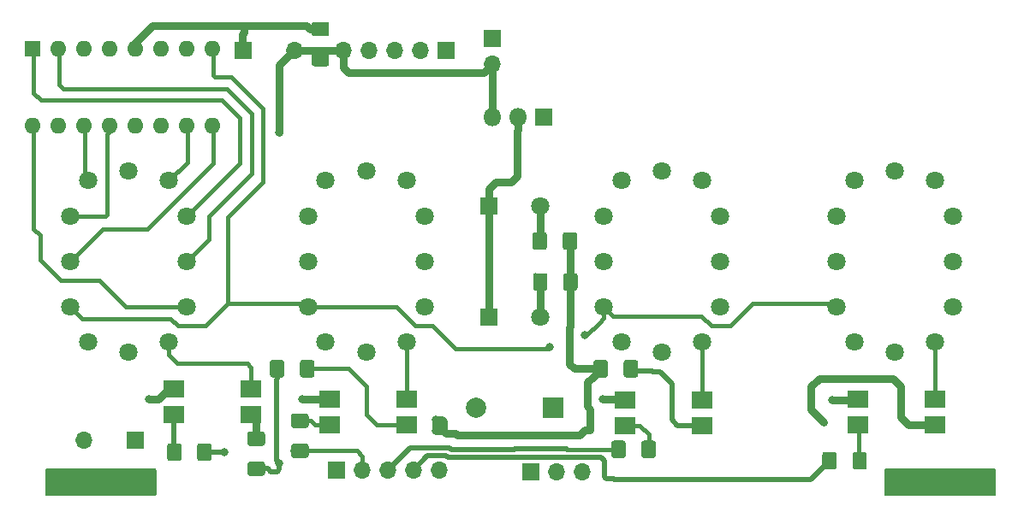
<source format=gbr>
G04 #@! TF.GenerationSoftware,KiCad,Pcbnew,(6.0.0)*
G04 #@! TF.CreationDate,2022-12-26T17:37:19+03:00*
G04 #@! TF.ProjectId,nixie display,6e697869-6520-4646-9973-706c61792e6b,rev?*
G04 #@! TF.SameCoordinates,Original*
G04 #@! TF.FileFunction,Copper,L2,Bot*
G04 #@! TF.FilePolarity,Positive*
%FSLAX46Y46*%
G04 Gerber Fmt 4.6, Leading zero omitted, Abs format (unit mm)*
G04 Created by KiCad (PCBNEW (6.0.0)) date 2022-12-26 17:37:19*
%MOMM*%
%LPD*%
G01*
G04 APERTURE LIST*
G04 #@! TA.AperFunction,ComponentPad*
%ADD10C,1.800000*%
G04 #@! TD*
G04 #@! TA.AperFunction,ComponentPad*
%ADD11R,1.800000X1.800000*%
G04 #@! TD*
G04 #@! TA.AperFunction,ComponentPad*
%ADD12R,2.000000X2.000000*%
G04 #@! TD*
G04 #@! TA.AperFunction,ComponentPad*
%ADD13C,2.000000*%
G04 #@! TD*
G04 #@! TA.AperFunction,ComponentPad*
%ADD14R,1.700000X1.700000*%
G04 #@! TD*
G04 #@! TA.AperFunction,ComponentPad*
%ADD15O,1.700000X1.700000*%
G04 #@! TD*
G04 #@! TA.AperFunction,ComponentPad*
%ADD16O,1.800000X1.800000*%
G04 #@! TD*
G04 #@! TA.AperFunction,SMDPad,CuDef*
%ADD17R,2.000000X1.780000*%
G04 #@! TD*
G04 #@! TA.AperFunction,ComponentPad*
%ADD18R,1.600000X1.600000*%
G04 #@! TD*
G04 #@! TA.AperFunction,ComponentPad*
%ADD19O,1.600000X1.600000*%
G04 #@! TD*
G04 #@! TA.AperFunction,ViaPad*
%ADD20C,0.800000*%
G04 #@! TD*
G04 #@! TA.AperFunction,Conductor*
%ADD21C,0.800000*%
G04 #@! TD*
G04 #@! TA.AperFunction,Conductor*
%ADD22C,0.400000*%
G04 #@! TD*
G04 #@! TA.AperFunction,Conductor*
%ADD23C,0.500000*%
G04 #@! TD*
G04 APERTURE END LIST*
D10*
X126250000Y-84500000D03*
X128000000Y-81000000D03*
X128000000Y-76500000D03*
X128000000Y-72000000D03*
X126250000Y-68500000D03*
X122250000Y-67500000D03*
X118250000Y-68500000D03*
X116500000Y-72000000D03*
X116500000Y-76500000D03*
X116500000Y-81000000D03*
X118250000Y-84500000D03*
X122250000Y-85500000D03*
X149750000Y-84500000D03*
X151500000Y-81000000D03*
X151500000Y-76500000D03*
X151500000Y-72000000D03*
X149750000Y-68500000D03*
X145750000Y-67500000D03*
X141750000Y-68500000D03*
X140000000Y-72000000D03*
X140000000Y-76500000D03*
X140000000Y-81000000D03*
X141750000Y-84500000D03*
X145750000Y-85500000D03*
X179000000Y-84500000D03*
X180750000Y-81000000D03*
X180750000Y-76500000D03*
X180750000Y-72000000D03*
X179000000Y-68500000D03*
X175000000Y-67500000D03*
X171000000Y-68500000D03*
X169250000Y-72000000D03*
X169250000Y-76500000D03*
X169250000Y-81000000D03*
X171000000Y-84500000D03*
X175000000Y-85500000D03*
X202000000Y-84500000D03*
X203750000Y-81000000D03*
X203750000Y-76500000D03*
X203750000Y-72000000D03*
X202000000Y-68500000D03*
X198000000Y-67500000D03*
X194000000Y-68500000D03*
X192250000Y-72000000D03*
X192250000Y-76500000D03*
X192250000Y-81000000D03*
X194000000Y-84500000D03*
X198000000Y-85500000D03*
D11*
X157850000Y-71000000D03*
D10*
X162930000Y-71000000D03*
D11*
X157900000Y-82000000D03*
D10*
X162980000Y-82000000D03*
G04 #@! TA.AperFunction,SMDPad,CuDef*
G36*
G01*
X172634000Y-86497001D02*
X172634000Y-87746999D01*
G75*
G02*
X172383999Y-87997000I-250001J0D01*
G01*
X171459001Y-87997000D01*
G75*
G02*
X171209000Y-87746999I0J250001D01*
G01*
X171209000Y-86497001D01*
G75*
G02*
X171459001Y-86247000I250001J0D01*
G01*
X172383999Y-86247000D01*
G75*
G02*
X172634000Y-86497001I0J-250001D01*
G01*
G37*
G04 #@! TD.AperFunction*
G04 #@! TA.AperFunction,SMDPad,CuDef*
G36*
G01*
X169659000Y-86497001D02*
X169659000Y-87746999D01*
G75*
G02*
X169408999Y-87997000I-250001J0D01*
G01*
X168484001Y-87997000D01*
G75*
G02*
X168234000Y-87746999I0J250001D01*
G01*
X168234000Y-86497001D01*
G75*
G02*
X168484001Y-86247000I250001J0D01*
G01*
X169408999Y-86247000D01*
G75*
G02*
X169659000Y-86497001I0J-250001D01*
G01*
G37*
G04 #@! TD.AperFunction*
D12*
X164220000Y-90990000D03*
D13*
X156620000Y-90990000D03*
G04 #@! TA.AperFunction,SMDPad,CuDef*
G36*
G01*
X140585001Y-52757500D02*
X141834999Y-52757500D01*
G75*
G02*
X142085000Y-53007501I0J-250001D01*
G01*
X142085000Y-53932499D01*
G75*
G02*
X141834999Y-54182500I-250001J0D01*
G01*
X140585001Y-54182500D01*
G75*
G02*
X140335000Y-53932499I0J250001D01*
G01*
X140335000Y-53007501D01*
G75*
G02*
X140585001Y-52757500I250001J0D01*
G01*
G37*
G04 #@! TD.AperFunction*
G04 #@! TA.AperFunction,SMDPad,CuDef*
G36*
G01*
X140585001Y-55732500D02*
X141834999Y-55732500D01*
G75*
G02*
X142085000Y-55982501I0J-250001D01*
G01*
X142085000Y-56907499D01*
G75*
G02*
X141834999Y-57157500I-250001J0D01*
G01*
X140585001Y-57157500D01*
G75*
G02*
X140335000Y-56907499I0J250001D01*
G01*
X140335000Y-55982501D01*
G75*
G02*
X140585001Y-55732500I250001J0D01*
G01*
G37*
G04 #@! TD.AperFunction*
D14*
X133590000Y-55610000D03*
D15*
X138670000Y-55610000D03*
D11*
X163320000Y-62190000D03*
D16*
X160780000Y-62190000D03*
X158240000Y-62190000D03*
G04 #@! TA.AperFunction,SMDPad,CuDef*
G36*
G01*
X162202500Y-75094999D02*
X162202500Y-73845001D01*
G75*
G02*
X162452501Y-73595000I250001J0D01*
G01*
X163377499Y-73595000D01*
G75*
G02*
X163627500Y-73845001I0J-250001D01*
G01*
X163627500Y-75094999D01*
G75*
G02*
X163377499Y-75345000I-250001J0D01*
G01*
X162452501Y-75345000D01*
G75*
G02*
X162202500Y-75094999I0J250001D01*
G01*
G37*
G04 #@! TD.AperFunction*
G04 #@! TA.AperFunction,SMDPad,CuDef*
G36*
G01*
X165177500Y-75094999D02*
X165177500Y-73845001D01*
G75*
G02*
X165427501Y-73595000I250001J0D01*
G01*
X166352499Y-73595000D01*
G75*
G02*
X166602500Y-73845001I0J-250001D01*
G01*
X166602500Y-75094999D01*
G75*
G02*
X166352499Y-75345000I-250001J0D01*
G01*
X165427501Y-75345000D01*
G75*
G02*
X165177500Y-75094999I0J250001D01*
G01*
G37*
G04 #@! TD.AperFunction*
G04 #@! TA.AperFunction,SMDPad,CuDef*
G36*
G01*
X162250000Y-79144999D02*
X162250000Y-77895001D01*
G75*
G02*
X162500001Y-77645000I250001J0D01*
G01*
X163424999Y-77645000D01*
G75*
G02*
X163675000Y-77895001I0J-250001D01*
G01*
X163675000Y-79144999D01*
G75*
G02*
X163424999Y-79395000I-250001J0D01*
G01*
X162500001Y-79395000D01*
G75*
G02*
X162250000Y-79144999I0J250001D01*
G01*
G37*
G04 #@! TD.AperFunction*
G04 #@! TA.AperFunction,SMDPad,CuDef*
G36*
G01*
X165225000Y-79144999D02*
X165225000Y-77895001D01*
G75*
G02*
X165475001Y-77645000I250001J0D01*
G01*
X166399999Y-77645000D01*
G75*
G02*
X166650000Y-77895001I0J-250001D01*
G01*
X166650000Y-79144999D01*
G75*
G02*
X166399999Y-79395000I-250001J0D01*
G01*
X165475001Y-79395000D01*
G75*
G02*
X165225000Y-79144999I0J250001D01*
G01*
G37*
G04 #@! TD.AperFunction*
G04 #@! TA.AperFunction,SMDPad,CuDef*
G36*
G01*
X134249001Y-93340500D02*
X135498999Y-93340500D01*
G75*
G02*
X135749000Y-93590501I0J-250001D01*
G01*
X135749000Y-94515499D01*
G75*
G02*
X135498999Y-94765500I-250001J0D01*
G01*
X134249001Y-94765500D01*
G75*
G02*
X133999000Y-94515499I0J250001D01*
G01*
X133999000Y-93590501D01*
G75*
G02*
X134249001Y-93340500I250001J0D01*
G01*
G37*
G04 #@! TD.AperFunction*
G04 #@! TA.AperFunction,SMDPad,CuDef*
G36*
G01*
X134249001Y-96315500D02*
X135498999Y-96315500D01*
G75*
G02*
X135749000Y-96565501I0J-250001D01*
G01*
X135749000Y-97490499D01*
G75*
G02*
X135498999Y-97740500I-250001J0D01*
G01*
X134249001Y-97740500D01*
G75*
G02*
X133999000Y-97490499I0J250001D01*
G01*
X133999000Y-96565501D01*
G75*
G02*
X134249001Y-96315500I250001J0D01*
G01*
G37*
G04 #@! TD.AperFunction*
G04 #@! TA.AperFunction,SMDPad,CuDef*
G36*
G01*
X140630000Y-86497001D02*
X140630000Y-87746999D01*
G75*
G02*
X140379999Y-87997000I-250001J0D01*
G01*
X139455001Y-87997000D01*
G75*
G02*
X139205000Y-87746999I0J250001D01*
G01*
X139205000Y-86497001D01*
G75*
G02*
X139455001Y-86247000I250001J0D01*
G01*
X140379999Y-86247000D01*
G75*
G02*
X140630000Y-86497001I0J-250001D01*
G01*
G37*
G04 #@! TD.AperFunction*
G04 #@! TA.AperFunction,SMDPad,CuDef*
G36*
G01*
X137655000Y-86497001D02*
X137655000Y-87746999D01*
G75*
G02*
X137404999Y-87997000I-250001J0D01*
G01*
X136480001Y-87997000D01*
G75*
G02*
X136230000Y-87746999I0J250001D01*
G01*
X136230000Y-86497001D01*
G75*
G02*
X136480001Y-86247000I250001J0D01*
G01*
X137404999Y-86247000D01*
G75*
G02*
X137655000Y-86497001I0J-250001D01*
G01*
G37*
G04 #@! TD.AperFunction*
G04 #@! TA.AperFunction,SMDPad,CuDef*
G36*
G01*
X126062500Y-96004999D02*
X126062500Y-94755001D01*
G75*
G02*
X126312501Y-94505000I250001J0D01*
G01*
X127237499Y-94505000D01*
G75*
G02*
X127487500Y-94755001I0J-250001D01*
G01*
X127487500Y-96004999D01*
G75*
G02*
X127237499Y-96255000I-250001J0D01*
G01*
X126312501Y-96255000D01*
G75*
G02*
X126062500Y-96004999I0J250001D01*
G01*
G37*
G04 #@! TD.AperFunction*
G04 #@! TA.AperFunction,SMDPad,CuDef*
G36*
G01*
X129037500Y-96004999D02*
X129037500Y-94755001D01*
G75*
G02*
X129287501Y-94505000I250001J0D01*
G01*
X130212499Y-94505000D01*
G75*
G02*
X130462500Y-94755001I0J-250001D01*
G01*
X130462500Y-96004999D01*
G75*
G02*
X130212499Y-96255000I-250001J0D01*
G01*
X129287501Y-96255000D01*
G75*
G02*
X129037500Y-96004999I0J250001D01*
G01*
G37*
G04 #@! TD.AperFunction*
G04 #@! TA.AperFunction,SMDPad,CuDef*
G36*
G01*
X138567001Y-91562500D02*
X139816999Y-91562500D01*
G75*
G02*
X140067000Y-91812501I0J-250001D01*
G01*
X140067000Y-92737499D01*
G75*
G02*
X139816999Y-92987500I-250001J0D01*
G01*
X138567001Y-92987500D01*
G75*
G02*
X138317000Y-92737499I0J250001D01*
G01*
X138317000Y-91812501D01*
G75*
G02*
X138567001Y-91562500I250001J0D01*
G01*
G37*
G04 #@! TD.AperFunction*
G04 #@! TA.AperFunction,SMDPad,CuDef*
G36*
G01*
X138567001Y-94537500D02*
X139816999Y-94537500D01*
G75*
G02*
X140067000Y-94787501I0J-250001D01*
G01*
X140067000Y-95712499D01*
G75*
G02*
X139816999Y-95962500I-250001J0D01*
G01*
X138567001Y-95962500D01*
G75*
G02*
X138317000Y-95712499I0J250001D01*
G01*
X138317000Y-94787501D01*
G75*
G02*
X138567001Y-94537500I250001J0D01*
G01*
G37*
G04 #@! TD.AperFunction*
G04 #@! TA.AperFunction,SMDPad,CuDef*
G36*
G01*
X174387500Y-94475001D02*
X174387500Y-95724999D01*
G75*
G02*
X174137499Y-95975000I-250001J0D01*
G01*
X173212501Y-95975000D01*
G75*
G02*
X172962500Y-95724999I0J250001D01*
G01*
X172962500Y-94475001D01*
G75*
G02*
X173212501Y-94225000I250001J0D01*
G01*
X174137499Y-94225000D01*
G75*
G02*
X174387500Y-94475001I0J-250001D01*
G01*
G37*
G04 #@! TD.AperFunction*
G04 #@! TA.AperFunction,SMDPad,CuDef*
G36*
G01*
X171412500Y-94475001D02*
X171412500Y-95724999D01*
G75*
G02*
X171162499Y-95975000I-250001J0D01*
G01*
X170237501Y-95975000D01*
G75*
G02*
X169987500Y-95724999I0J250001D01*
G01*
X169987500Y-94475001D01*
G75*
G02*
X170237501Y-94225000I250001J0D01*
G01*
X171162499Y-94225000D01*
G75*
G02*
X171412500Y-94475001I0J-250001D01*
G01*
G37*
G04 #@! TD.AperFunction*
G04 #@! TA.AperFunction,SMDPad,CuDef*
G36*
G01*
X195257500Y-95605001D02*
X195257500Y-96854999D01*
G75*
G02*
X195007499Y-97105000I-250001J0D01*
G01*
X194082501Y-97105000D01*
G75*
G02*
X193832500Y-96854999I0J250001D01*
G01*
X193832500Y-95605001D01*
G75*
G02*
X194082501Y-95355000I250001J0D01*
G01*
X195007499Y-95355000D01*
G75*
G02*
X195257500Y-95605001I0J-250001D01*
G01*
G37*
G04 #@! TD.AperFunction*
G04 #@! TA.AperFunction,SMDPad,CuDef*
G36*
G01*
X192282500Y-95605001D02*
X192282500Y-96854999D01*
G75*
G02*
X192032499Y-97105000I-250001J0D01*
G01*
X191107501Y-97105000D01*
G75*
G02*
X190857500Y-96854999I0J250001D01*
G01*
X190857500Y-95605001D01*
G75*
G02*
X191107501Y-95355000I250001J0D01*
G01*
X192032499Y-95355000D01*
G75*
G02*
X192282500Y-95605001I0J-250001D01*
G01*
G37*
G04 #@! TD.AperFunction*
D17*
X126746000Y-91694000D03*
X126746000Y-89154000D03*
X134366000Y-89154000D03*
X134366000Y-91694000D03*
X142120000Y-92680000D03*
X142120000Y-90140000D03*
X149740000Y-90140000D03*
X149740000Y-92680000D03*
X171380000Y-92720000D03*
X171380000Y-90180000D03*
X179000000Y-90180000D03*
X179000000Y-92720000D03*
X194390000Y-92670000D03*
X194390000Y-90130000D03*
X202010000Y-90130000D03*
X202010000Y-92670000D03*
D14*
X142800000Y-97150000D03*
D15*
X145340000Y-97150000D03*
X147880000Y-97150000D03*
X150420000Y-97150000D03*
X152960000Y-97150000D03*
D14*
X153630000Y-55600000D03*
D15*
X151090000Y-55600000D03*
X148550000Y-55600000D03*
X146010000Y-55600000D03*
X143470000Y-55600000D03*
D14*
X158200000Y-54420000D03*
D15*
X158200000Y-56960000D03*
D14*
X122920000Y-94180000D03*
D15*
X117840000Y-94180000D03*
D14*
X162040000Y-97340000D03*
D15*
X164580000Y-97340000D03*
X167120000Y-97340000D03*
D18*
X112750000Y-55440000D03*
D19*
X115290000Y-55440000D03*
X117830000Y-55440000D03*
X120370000Y-55440000D03*
X122910000Y-55440000D03*
X125450000Y-55440000D03*
X127990000Y-55440000D03*
X130530000Y-55440000D03*
X130530000Y-63060000D03*
X127990000Y-63060000D03*
X125450000Y-63060000D03*
X122910000Y-63060000D03*
X120370000Y-63060000D03*
X117830000Y-63060000D03*
X115290000Y-63060000D03*
X112750000Y-63060000D03*
D20*
X139390000Y-90170000D03*
X191830000Y-90210000D03*
X124260000Y-90170000D03*
X137150000Y-63700000D03*
X169164000Y-90100000D03*
X167386404Y-83783596D03*
X163900000Y-84950000D03*
X131730000Y-95360000D03*
X191008000Y-92456000D03*
X167894000Y-93218000D03*
X137160000Y-96520000D03*
X152630000Y-92130000D03*
X152630000Y-93280000D03*
D21*
X133510000Y-53960000D02*
X133510000Y-55530000D01*
X124608630Y-53130000D02*
X122910000Y-54828630D01*
X133510000Y-53960000D02*
X133660000Y-53810000D01*
X139830000Y-53130000D02*
X140170000Y-53470000D01*
X133660000Y-53130000D02*
X124608630Y-53130000D01*
X133660000Y-53130000D02*
X139830000Y-53130000D01*
X122910000Y-54828630D02*
X122910000Y-55440000D01*
X133510000Y-55530000D02*
X133590000Y-55610000D01*
X140170000Y-53470000D02*
X141210000Y-53470000D01*
X133660000Y-53810000D02*
X133660000Y-53130000D01*
X191830000Y-90210000D02*
X194310000Y-90210000D01*
X137150000Y-57050000D02*
X138590000Y-55610000D01*
X141210000Y-55632500D02*
X141187500Y-55610000D01*
X137150000Y-63700000D02*
X137150000Y-57050000D01*
X158240000Y-62190000D02*
X158240000Y-57000000D01*
X194310000Y-90210000D02*
X194390000Y-90130000D01*
X171300000Y-90100000D02*
X171380000Y-90180000D01*
X142090000Y-90170000D02*
X142120000Y-90140000D01*
X126238000Y-89154000D02*
X125222000Y-90170000D01*
X157350001Y-57809999D02*
X143959999Y-57809999D01*
X141090000Y-55610000D02*
X143460000Y-55610000D01*
X143470000Y-57320000D02*
X143470000Y-55600000D01*
X138670000Y-55610000D02*
X141090000Y-55610000D01*
X143959999Y-57809999D02*
X143470000Y-57320000D01*
X141210000Y-56445000D02*
X141210000Y-55632500D01*
X143460000Y-55610000D02*
X143470000Y-55600000D01*
X125222000Y-90170000D02*
X124260000Y-90170000D01*
X139390000Y-90170000D02*
X142090000Y-90170000D01*
X158240000Y-57000000D02*
X158200000Y-56960000D01*
X141187500Y-55610000D02*
X141090000Y-55610000D01*
X158200000Y-56960000D02*
X157350001Y-57809999D01*
X126492000Y-89154000D02*
X126238000Y-89154000D01*
X169164000Y-90100000D02*
X171300000Y-90100000D01*
D22*
X112870000Y-59840000D02*
X112870000Y-55840000D01*
X113570000Y-60540000D02*
X112870000Y-59840000D01*
X128000000Y-72000000D02*
X133210000Y-66790000D01*
X133260000Y-62300000D02*
X131500000Y-60540000D01*
X133210000Y-66790000D02*
X133210000Y-63429998D01*
X133210000Y-63429998D02*
X133260000Y-63379998D01*
X133260000Y-63379998D02*
X133260000Y-62300000D01*
X131500000Y-60540000D02*
X113570000Y-60540000D01*
X134410010Y-67789990D02*
X134410010Y-61823651D01*
X128000000Y-76500000D02*
X130220000Y-74280000D01*
X115820000Y-59360000D02*
X115410000Y-58950000D01*
X131946359Y-59360000D02*
X115820000Y-59360000D01*
X115410000Y-58950000D02*
X115410000Y-55840000D01*
X130220000Y-74280000D02*
X130220000Y-71980000D01*
X134410010Y-61823651D02*
X131946359Y-59360000D01*
X130220000Y-71980000D02*
X134410010Y-67789990D01*
X116500000Y-76500000D02*
X119700001Y-73299999D01*
X130650000Y-66730000D02*
X130650000Y-63460000D01*
X119700001Y-73299999D02*
X124080001Y-73299999D01*
X124080001Y-73299999D02*
X130650000Y-66730000D01*
X120100001Y-71879999D02*
X119980000Y-72000000D01*
X120100001Y-63849999D02*
X120100001Y-71879999D01*
X120490000Y-63460000D02*
X120100001Y-63849999D01*
X119980000Y-72000000D02*
X116500000Y-72000000D01*
X181739999Y-82850001D02*
X183930000Y-80660000D01*
X179861999Y-82850001D02*
X181739999Y-82850001D01*
X132422708Y-58209990D02*
X135560020Y-61347302D01*
X169250000Y-82100000D02*
X169250000Y-81000000D01*
X152269999Y-82850001D02*
X154569998Y-85150000D01*
X148761998Y-81000000D02*
X150611999Y-82850001D01*
X168790000Y-82590000D02*
X168790000Y-82560000D01*
X130650000Y-55840000D02*
X130650000Y-58060000D01*
X130650000Y-58060000D02*
X130799990Y-58209990D01*
X127111999Y-82850001D02*
X129819999Y-82850001D01*
X169250000Y-81000000D02*
X170149999Y-81899999D01*
X129819999Y-82850001D02*
X132060000Y-80610000D01*
X150611999Y-82850001D02*
X152269999Y-82850001D01*
X163700000Y-85150000D02*
X163900000Y-84950000D01*
X154569998Y-85150000D02*
X163700000Y-85150000D01*
X135560020Y-68629980D02*
X132060000Y-72130000D01*
X139610000Y-80610000D02*
X140000000Y-81000000D01*
X132060000Y-72130000D02*
X132060000Y-80610000D01*
X135560020Y-61347302D02*
X135560020Y-68629980D01*
X132060000Y-80610000D02*
X139610000Y-80610000D01*
X117650010Y-82150010D02*
X126412008Y-82150010D01*
X170149999Y-81899999D02*
X178911997Y-81899999D01*
X167560000Y-83820000D02*
X168790000Y-82590000D01*
X191910000Y-80660000D02*
X192250000Y-81000000D01*
X126412008Y-82150010D02*
X127111999Y-82850001D01*
X140000000Y-81000000D02*
X148761998Y-81000000D01*
X183930000Y-80660000D02*
X191910000Y-80660000D01*
X168790000Y-82560000D02*
X169250000Y-82100000D01*
X130799990Y-58209990D02*
X132422708Y-58209990D01*
X116500000Y-81000000D02*
X117650010Y-82150010D01*
X178911997Y-81899999D02*
X179861999Y-82850001D01*
X119340001Y-78350001D02*
X115570001Y-78350001D01*
X114490000Y-77270000D02*
X114480000Y-77270000D01*
X113510000Y-73900000D02*
X112870000Y-73260000D01*
X119903998Y-78890000D02*
X119880000Y-78890000D01*
X115570001Y-78350001D02*
X114490000Y-77270000D01*
X119880000Y-78890000D02*
X119340001Y-78350001D01*
X114480000Y-77270000D02*
X113510000Y-76300000D01*
X128000000Y-81000000D02*
X122013998Y-81000000D01*
X113510000Y-76300000D02*
X113510000Y-73900000D01*
X122013998Y-81000000D02*
X119903998Y-78890000D01*
X112870000Y-73260000D02*
X112870000Y-63460000D01*
X128110000Y-63460000D02*
X128110000Y-66640000D01*
X128110000Y-66640000D02*
X126250000Y-68500000D01*
X117950000Y-68200000D02*
X118250000Y-68500000D01*
X117950000Y-63460000D02*
X117950000Y-68200000D01*
D23*
X160717976Y-95926022D02*
X160761999Y-95881999D01*
D22*
X170280000Y-97980000D02*
X170280000Y-98120000D01*
D23*
X189680000Y-98120000D02*
X190798653Y-97001347D01*
X169480000Y-97980000D02*
X170280000Y-97980000D01*
X190798653Y-97001347D02*
X191570000Y-96230000D01*
X150420000Y-97150000D02*
X151820000Y-95750000D01*
X168981999Y-95881999D02*
X169300000Y-96200000D01*
X170280000Y-98120000D02*
X189680000Y-98120000D01*
X169300000Y-96200000D02*
X169300000Y-97800000D01*
X160761999Y-95881999D02*
X168981999Y-95881999D01*
X153808024Y-95926022D02*
X160717976Y-95926022D01*
X153632001Y-95749999D02*
X153808024Y-95926022D01*
X151820000Y-95750000D02*
X153632001Y-95749999D01*
X169300000Y-97800000D02*
X169480000Y-97980000D01*
X160386601Y-95126011D02*
X160430624Y-95081988D01*
D22*
X165613388Y-95100000D02*
X169100000Y-95100000D01*
D23*
X153963377Y-94949989D02*
X154139399Y-95126011D01*
D22*
X165595377Y-95081989D02*
X165613388Y-95100000D01*
D23*
X154139399Y-95126011D02*
X160386601Y-95126011D01*
D22*
X169100000Y-95100000D02*
X170700000Y-95100000D01*
D23*
X150080011Y-94949989D02*
X153963377Y-94949989D01*
X147880000Y-97150000D02*
X150080011Y-94949989D01*
X160430624Y-95081988D02*
X165595377Y-95081989D01*
D22*
X145340000Y-95780000D02*
X145340000Y-97150000D01*
X138380000Y-95245000D02*
X144805000Y-95245000D01*
X144805000Y-95245000D02*
X145340000Y-95780000D01*
X134000000Y-86600000D02*
X134366000Y-86966000D01*
X134366000Y-86966000D02*
X134366000Y-89154000D01*
X126250000Y-84500000D02*
X126250000Y-85772792D01*
X126250000Y-85772792D02*
X127077208Y-86600000D01*
X127077208Y-86600000D02*
X134000000Y-86600000D01*
X149750000Y-90130000D02*
X149740000Y-90140000D01*
X149750000Y-84500000D02*
X149750000Y-90130000D01*
X179000000Y-84500000D02*
X179000000Y-90180000D01*
X202000000Y-90120000D02*
X202010000Y-90130000D01*
X202000000Y-84500000D02*
X202000000Y-90120000D01*
D23*
X129770000Y-95360000D02*
X129750000Y-95380000D01*
X131730000Y-95360000D02*
X129770000Y-95360000D01*
D21*
X162930000Y-71000000D02*
X162930000Y-74455000D01*
X162930000Y-74455000D02*
X162915000Y-74470000D01*
X160780000Y-63462792D02*
X160660000Y-63582792D01*
X158540000Y-68610000D02*
X157850000Y-69300000D01*
X160660000Y-68070000D02*
X160120000Y-68610000D01*
X157850000Y-71000000D02*
X157850000Y-81950000D01*
X160120000Y-68610000D02*
X158540000Y-68610000D01*
X157850000Y-81950000D02*
X157900000Y-82000000D01*
X160660000Y-63582792D02*
X160660000Y-68070000D01*
X160780000Y-62190000D02*
X160780000Y-63462792D01*
X157850000Y-69300000D02*
X157850000Y-71000000D01*
X162962500Y-81982500D02*
X162980000Y-82000000D01*
X162962500Y-78520000D02*
X162962500Y-81982500D01*
X134874000Y-94053000D02*
X134874000Y-91778000D01*
X134874000Y-91778000D02*
X134790000Y-91694000D01*
D22*
X145796000Y-88900000D02*
X145796000Y-91694000D01*
X144018000Y-87122000D02*
X145796000Y-88900000D01*
X145796000Y-91694000D02*
X146782000Y-92680000D01*
X139917500Y-87122000D02*
X144018000Y-87122000D01*
X146782000Y-92680000D02*
X149740000Y-92680000D01*
D23*
X176022000Y-88646000D02*
X174776001Y-87400001D01*
X174776001Y-87400001D02*
X174087999Y-87400001D01*
X174063998Y-87376000D02*
X172175500Y-87376000D01*
X176540000Y-92720000D02*
X176022000Y-92202000D01*
X174087999Y-87400001D02*
X174063998Y-87376000D01*
X179000000Y-92720000D02*
X176540000Y-92720000D01*
X176022000Y-92202000D02*
X176022000Y-88646000D01*
X172175500Y-87376000D02*
X171921500Y-87122000D01*
D21*
X191008000Y-92456000D02*
X189738000Y-91186000D01*
X198628000Y-91948000D02*
X199350000Y-92670000D01*
X189738000Y-91186000D02*
X189738000Y-88900000D01*
X190548001Y-88089999D02*
X197817999Y-88089999D01*
X189738000Y-88900000D02*
X190548001Y-88089999D01*
X197817999Y-88089999D02*
X198628000Y-88900000D01*
X198628000Y-88900000D02*
X198628000Y-91948000D01*
X199350000Y-92670000D02*
X202010000Y-92670000D01*
D23*
X126746000Y-91694000D02*
X126746000Y-95351000D01*
X126746000Y-95351000D02*
X126775000Y-95380000D01*
D22*
X142120000Y-92680000D02*
X140720000Y-92680000D01*
X140310000Y-92270000D02*
X140305000Y-92275000D01*
X140305000Y-92275000D02*
X139192000Y-92275000D01*
X140720000Y-92680000D02*
X140310000Y-92270000D01*
X172780000Y-92720000D02*
X173675000Y-93615000D01*
X172000000Y-92600000D02*
X171987500Y-92612500D01*
X173675000Y-93615000D02*
X173675000Y-95100000D01*
X171380000Y-92720000D02*
X172780000Y-92720000D01*
X194435000Y-92715000D02*
X194390000Y-92670000D01*
X194435000Y-96260000D02*
X194435000Y-92715000D01*
D23*
X137160000Y-96520000D02*
X137160000Y-97085685D01*
D21*
X153679978Y-93549978D02*
X153348000Y-93218000D01*
X167328315Y-93218000D02*
X166820315Y-93726000D01*
D23*
X137160000Y-97085685D02*
X136945685Y-97300000D01*
D21*
X166219302Y-93726000D02*
X166175279Y-93681979D01*
X152630000Y-92130000D02*
X153195685Y-92130000D01*
D23*
X136310000Y-97300000D02*
X136038000Y-97028000D01*
D21*
X168175153Y-87893347D02*
X168946500Y-87122000D01*
X153286000Y-93280000D02*
X153348000Y-93218000D01*
X165836403Y-83039595D02*
X165836403Y-86646403D01*
X159806698Y-93726000D02*
X154719302Y-93726000D01*
X153195685Y-92130000D02*
X153390000Y-92324315D01*
X167894000Y-91124002D02*
X167613999Y-90844001D01*
X166312000Y-87122000D02*
X168946500Y-87122000D01*
X165890000Y-78472500D02*
X165937500Y-78520000D01*
X154719302Y-93726000D02*
X154543280Y-93549978D01*
X165937500Y-82938498D02*
X165836403Y-83039595D01*
D23*
X136850000Y-96210000D02*
X137160000Y-96520000D01*
D21*
X167613999Y-90844001D02*
X167613999Y-88454501D01*
X167613999Y-88454501D02*
X168175153Y-87893347D01*
X153390000Y-92324315D02*
X153390000Y-93176000D01*
D23*
X136945685Y-97300000D02*
X136310000Y-97300000D01*
D21*
X152630000Y-92130000D02*
X152630000Y-93280000D01*
X154543280Y-93549978D02*
X153679978Y-93549978D01*
X166175279Y-93681979D02*
X159850720Y-93681978D01*
D23*
X136850000Y-88189500D02*
X136850000Y-96210000D01*
X136038000Y-97028000D02*
X134874000Y-97028000D01*
D21*
X165836403Y-86646403D02*
X166312000Y-87122000D01*
X159850720Y-93681978D02*
X159806698Y-93726000D01*
X165890000Y-74470000D02*
X165890000Y-78472500D01*
X153390000Y-93176000D02*
X153348000Y-93218000D01*
X167894000Y-93218000D02*
X167894000Y-91124002D01*
X166820315Y-93726000D02*
X166219302Y-93726000D01*
D23*
X136942500Y-87122000D02*
X136942500Y-88097000D01*
X136942500Y-88097000D02*
X136850000Y-88189500D01*
D21*
X153348000Y-93218000D02*
X152630000Y-92500000D01*
X167894000Y-93218000D02*
X167328315Y-93218000D01*
X165937500Y-78520000D02*
X165937500Y-82938498D01*
X152630000Y-93280000D02*
X153286000Y-93280000D01*
G04 #@! TA.AperFunction,NonConductor*
G36*
X124942121Y-97020002D02*
G01*
X124988614Y-97073658D01*
X125000000Y-97126000D01*
X125000000Y-99574000D01*
X124979998Y-99642121D01*
X124926342Y-99688614D01*
X124874000Y-99700000D01*
X114126000Y-99700000D01*
X114057879Y-99679998D01*
X114011386Y-99626342D01*
X114000000Y-99574000D01*
X114000000Y-97126000D01*
X114020002Y-97057879D01*
X114073658Y-97011386D01*
X114126000Y-97000000D01*
X124874000Y-97000000D01*
X124942121Y-97020002D01*
G37*
G04 #@! TD.AperFunction*
G04 #@! TA.AperFunction,NonConductor*
G36*
X207942121Y-97020002D02*
G01*
X207988614Y-97073658D01*
X208000000Y-97126000D01*
X208000000Y-99574000D01*
X207979998Y-99642121D01*
X207926342Y-99688614D01*
X207874000Y-99700000D01*
X197126000Y-99700000D01*
X197057879Y-99679998D01*
X197011386Y-99626342D01*
X197000000Y-99574000D01*
X197000000Y-97126000D01*
X197020002Y-97057879D01*
X197073658Y-97011386D01*
X197126000Y-97000000D01*
X207874000Y-97000000D01*
X207942121Y-97020002D01*
G37*
G04 #@! TD.AperFunction*
M02*

</source>
